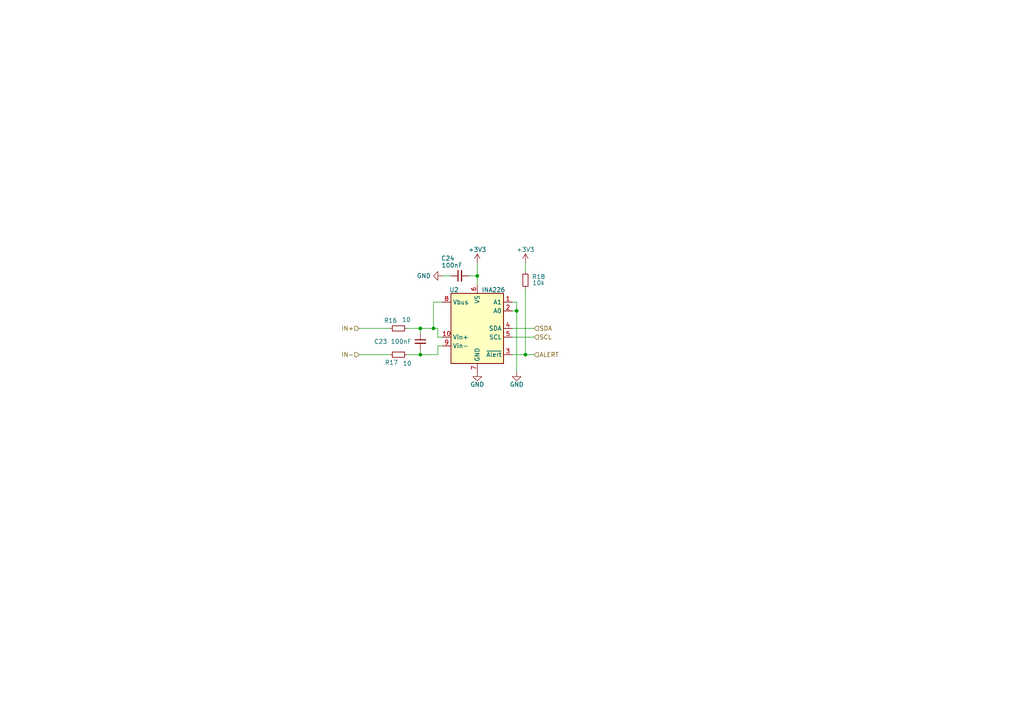
<source format=kicad_sch>
(kicad_sch (version 20250114) (generator "eeschema") (generator_version "9.0")
  (paper "A4")
  (title_block (title "LTC3119 Test Board") (date "2025-05-02") (rev "1.0") (company "Precision Based On Vibes"))
  (lib_symbols
    (symbol "Device:C_Small" (pin_numbers (hide yes)) (pin_names (offset 0.254) (hide yes))
      (property "Reference" "C" (at 0.254 1.778 0))
      (property "Value" "C_Small" (at 0.254 -2.032 0))
      (symbol "C_Small_0_1"
        (polyline (pts (xy -1.524 0.508) (xy 1.524 0.508)) (stroke (width 0.3048)))
        (polyline (pts (xy -1.524 -0.508) (xy 1.524 -0.508)) (stroke (width 0.3302)))
      )
      (symbol "C_Small_1_1"
        (pin passive line (at 0 2.54 270) (length 2.032) (name "~") (number "1"))
        (pin passive line (at 0 -2.54 90) (length 2.032) (name "~") (number "2"))
      )
    )
    (symbol "Device:R_Small" (pin_numbers (hide yes)) (pin_names (offset 0.254) (hide yes))
      (property "Reference" "R" (at 0 0 90))
      (property "Value" "R_Small" (at 1.778 0 90))
      (symbol "R_Small_0_1"
        (rectangle (start -0.762 1.778) (end 0.762 -1.778) (stroke (width 0.2032)))
      )
      (symbol "R_Small_1_1"
        (pin passive line (at 0 2.54 270) (length 0.762) (name "~") (number "1"))
        (pin passive line (at 0 -2.54 90) (length 0.762) (name "~") (number "2"))
      )
    )
    (symbol "Sensor_Energy:INA226"
      (property "Reference" "U" (at -6.35 11.43 0))
      (property "Value" "INA226" (at 3.81 11.43 0))
      (symbol "INA226_0_1"
        (rectangle (start 7.62 10.16) (end -7.62 -10.16) (stroke (width 0.254)) (fill (type background)))
      )
      (symbol "INA226_1_1"
        (pin input line (at -10.16 7.62 0) (length 2.54) (name "Vbus") (number "8"))
        (pin input line (at -10.16 -2.54 0) (length 2.54) (name "Vin+") (number "10"))
        (pin input line (at -10.16 -5.08 0) (length 2.54) (name "Vin-") (number "9"))
        (pin power_in line (at 0 12.7 270) (length 2.54) (name "VS") (number "6"))
        (pin power_in line (at 0 -12.7 90) (length 2.54) (name "GND") (number "7"))
        (pin input line (at 10.16 7.62 180) (length 2.54) (name "A1") (number "1"))
        (pin input line (at 10.16 5.08 180) (length 2.54) (name "A0") (number "2"))
        (pin bidirectional line (at 10.16 0 180) (length 2.54) (name "SDA") (number "4"))
        (pin input line (at 10.16 -2.54 180) (length 2.54) (name "SCL") (number "5"))
        (pin open_collector line (at 10.16 -7.62 180) (length 2.54) (name "~{Alert}") (number "3"))
      )
    )
    (symbol "power:+3V3" (power) (pin_numbers (hide yes)) (pin_names (offset 0) (hide yes))
      (property "Value" "+3V3" (at 0 3.556 0))
      (symbol "+3V3_0_1"
        (polyline (pts (xy -0.762 1.27) (xy 0 2.54)))
        (polyline (pts (xy 0 2.54) (xy 0.762 1.27)))
        (polyline (pts (xy 0 0) (xy 0 2.54)))
      )
      (symbol "+3V3_1_1"
        (pin power_in line (at 0 0 90) (length 0) (name "~") (number "1"))
      )
    )
    (symbol "power:GND" (power) (pin_numbers (hide yes)) (pin_names (offset 0) (hide yes))
      (property "Value" "GND" (at 0 -3.81 0))
      (symbol "GND_0_1"
        (polyline (pts (xy 0 0) (xy 0 -1.27) (xy 1.27 -1.27) (xy 0 -2.54) (xy -1.27 -1.27) (xy 0 -1.27)))
      )
      (symbol "GND_1_1"
        (pin power_in line (at 0 0 270) (length 0) (name "~") (number "1"))
      )
    )
  )
  (junction (at 121.92 95.25))
  (junction (at 152.4 102.87))
  (junction (at 138.43 80.01))
  (junction (at 125.73 95.25))
  (junction (at 149.86 90.17))
  (junction (at 121.92 102.87))
  (wire (pts (xy 148.59 97.79) (xy 154.94 97.79)))
  (wire (pts (xy 125.73 95.25) (xy 127 95.25)))
  (wire (pts (xy 125.73 95.25) (xy 121.92 95.25)))
  (wire (pts (xy 135.89 80.01) (xy 138.43 80.01)))
  (wire (pts (xy 148.59 87.63) (xy 149.86 87.63)))
  (wire (pts (xy 149.86 90.17) (xy 149.86 107.95)))
  (wire (pts (xy 138.43 80.01) (xy 138.43 82.55)))
  (wire (pts (xy 121.92 95.25) (xy 118.11 95.25)))
  (wire (pts (xy 104.14 102.87) (xy 113.03 102.87)))
  (wire (pts (xy 121.92 96.52) (xy 121.92 95.25)))
  (wire (pts (xy 121.92 101.6) (xy 121.92 102.87)))
  (wire (pts (xy 149.86 87.63) (xy 149.86 90.17)))
  (wire (pts (xy 125.73 87.63) (xy 125.73 95.25)))
  (wire (pts (xy 152.4 102.87) (xy 154.94 102.87)))
  (wire (pts (xy 104.14 95.25) (xy 113.03 95.25)))
  (wire (pts (xy 148.59 102.87) (xy 152.4 102.87)))
  (wire (pts (xy 125.73 87.63) (xy 128.27 87.63)))
  (wire (pts (xy 128.27 80.01) (xy 130.81 80.01)))
  (wire (pts (xy 148.59 95.25) (xy 154.94 95.25)))
  (wire (pts (xy 127 100.33) (xy 127 102.87)))
  (wire (pts (xy 127 95.25) (xy 127 97.79)))
  (wire (pts (xy 138.43 76.2) (xy 138.43 80.01)))
  (wire (pts (xy 121.92 102.87) (xy 127 102.87)))
  (wire (pts (xy 127 97.79) (xy 128.27 97.79)))
  (wire (pts (xy 149.86 90.17) (xy 148.59 90.17)))
  (wire (pts (xy 152.4 83.82) (xy 152.4 102.87)))
  (wire (pts (xy 118.11 102.87) (xy 121.92 102.87)))
  (wire (pts (xy 152.4 76.2) (xy 152.4 78.74)))
  (wire (pts (xy 128.27 100.33) (xy 127 100.33)))
  (hierarchical_label "IN-" (shape input) (at 104.14 102.87 180))
  (hierarchical_label "SCL" (shape input) (at 154.94 97.79 0))
  (hierarchical_label "SDA" (shape input) (at 154.94 95.25 0))
  (hierarchical_label "ALERT" (shape input) (at 154.94 102.87 0))
  (hierarchical_label "IN+" (shape input) (at 104.14 95.25 180))
  (symbol (lib_id "power:GND") (at 149.86 107.95 0) (unit 1)
    (property "Reference" "#PWR031" (effects (hide yes)))
    (property "Value" "GND" (at 149.86 111.506 0))
    (property "Description" "Power symbol creates a global label with name \"GND\" , ground" (effects (hide yes)))
  )
  (symbol (lib_id "power:GND") (at 128.27 80.01 270) (unit 1)
    (property "Reference" "#PWR032" (effects (hide yes)))
    (property "Value" "GND" (at 122.936 80.01 90))
    (property "Description" "Power symbol creates a global label with name \"GND\" , ground" (effects (hide yes)))
  )
  (symbol (lib_id "Device:R_Small") (at 115.57 95.25 90) (unit 1)
    (property "Reference" "R16" (at 113.284 92.964 90))
    (property "Value" "10" (at 117.856 92.71 90))
    (property "Footprint" "Resistor_SMD:R_0805_2012Metric_Pad1.20x1.40mm_HandSolder" (effects (hide yes)))
    (property "Description" "Resistor, small symbol" (effects (hide yes)))
  )
  (symbol (lib_id "Device:R_Small") (at 152.4 81.28 180) (unit 1)
    (property "Reference" "R18" (at 156.21 80.264 0))
    (property "Value" "10k" (at 156.21 82.042 0))
    (property "Footprint" "Resistor_SMD:R_0805_2012Metric_Pad1.20x1.40mm_HandSolder" (effects (hide yes)))
    (property "Description" "Resistor, small symbol" (effects (hide yes)))
  )
  (symbol (lib_id "Device:C_Small") (at 133.35 80.01 90) (unit 1)
    (property "Reference" "C24" (at 131.826 74.93 90) (effects (justify left)))
    (property "Value" "100nF" (at 134.112 76.962 90) (effects (justify left)))
    (property "Footprint" "Capacitor_SMD:C_0805_2012Metric_Pad1.18x1.45mm_HandSolder" (effects (hide yes)))
    (property "Description" "Unpolarized capacitor, small symbol" (effects (hide yes)))
  )
  (symbol (lib_id "power:+3V3") (at 138.43 76.2 0) (unit 1)
    (property "Reference" "#PWR029" (effects (hide yes)))
    (property "Value" "+3V3" (at 138.43 72.39 0))
    (property "Description" "Power symbol creates a global label with name \"+3V3\"" (effects (hide yes)))
  )
  (symbol (lib_id "Device:R_Small") (at 115.57 102.87 90) (unit 1)
    (property "Reference" "R17" (at 113.538 105.156 90))
    (property "Value" "10" (at 118.11 105.41 90))
    (property "Footprint" "Resistor_SMD:R_0805_2012Metric_Pad1.20x1.40mm_HandSolder" (effects (hide yes)))
    (property "Description" "Resistor, small symbol" (effects (hide yes)))
  )
  (symbol (lib_id "Sensor_Energy:INA226") (at 138.43 95.25 0) (unit 1)
    (property "Reference" "U2" (at 130.302 84.074 0) (effects (justify left)))
    (property "Value" "INA226" (at 139.7 84.074 0) (effects (justify left)))
    (property "Footprint" "Package_SO:VSSOP-10_3x3mm_P0.5mm" (effects (hide yes)))
    (property "Datasheet" "http://www.ti.com/lit/ds/symlink/ina226.pdf" (effects (hide yes)))
    (property "Description" "High-Side or Low-Side Measurement, Bi-Directional Current and Power Monitor (0-36V) with I2C Compatible Interface, VSSOP-10" (effects (hide yes)))
  )
  (symbol (lib_id "power:GND") (at 138.43 107.95 0) (unit 1)
    (property "Reference" "#PWR028" (effects (hide yes)))
    (property "Value" "GND" (at 138.43 111.506 0))
    (property "Description" "Power symbol creates a global label with name \"GND\" , ground" (effects (hide yes)))
  )
  (symbol (lib_id "power:+3V3") (at 152.4 76.2 0) (unit 1)
    (property "Reference" "#PWR030" (effects (hide yes)))
    (property "Value" "+3V3" (at 152.4 72.39 0))
    (property "Description" "Power symbol creates a global label with name \"+3V3\"" (effects (hide yes)))
  )
  (symbol (lib_id "Device:C_Small") (at 121.92 99.06 0) (unit 1)
    (property "Reference" "C23" (at 108.458 99.06 0) (effects (justify left)))
    (property "Value" "100nF" (at 113.284 99.06 0) (effects (justify left)))
    (property "Footprint" "Capacitor_SMD:C_0805_2012Metric_Pad1.18x1.45mm_HandSolder" (effects (hide yes)))
    (property "Description" "Unpolarized capacitor, small symbol" (effects (hide yes)))
  )
)
</source>
